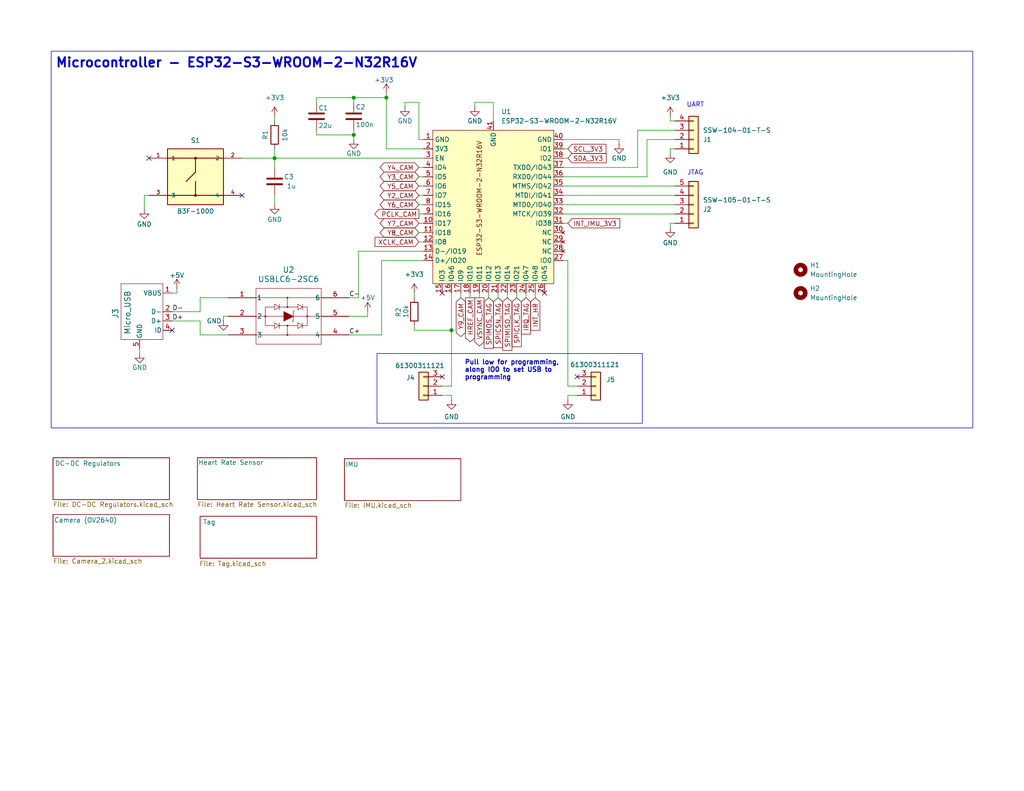
<source format=kicad_sch>
(kicad_sch (version 20250114) (generator "eeschema") (generator_version "9.0")
  (paper "USLetter")
  (lib_symbols
    (symbol "B3F-1000_1" (pin_names (offset 1.016))
      (property "Reference" "S1" (at -0.0016 12.7 0))
      (property "Value" "B3F-1000" (at -0.0016 10.16 0))
      (symbol "B3F-1000_1_0_0"
        (rectangle (start -7.62 7.62) (end 7.62 -7.62) (stroke (width 0.254)) (fill (type background)))
        (polyline (pts (xy -7.62 5.08) (xy 0 5.08)) (stroke (width 0.254)))
        (polyline (pts (xy -7.62 -5.08) (xy 0 -5.08)) (stroke (width 0.254)))
        (circle (center 0 5.08) (radius 0.254) (stroke (width 0.254)))
        (polyline (pts (xy 0 5.08) (xy 0 1.27)) (stroke (width 0.254)))
        (polyline (pts (xy 0 5.08) (xy 7.62 5.08)) (stroke (width 0.254)))
        (polyline (pts (xy 0 -1.27) (xy 2.54 1.27)) (stroke (width 0.254)))
        (polyline (pts (xy 0 -5.08) (xy 0 -1.27)) (stroke (width 0.254)))
        (polyline (pts (xy 0 -5.08) (xy 7.62 -5.08)) (stroke (width 0.254)))
        (circle (center 0 -5.08) (radius 0.254) (stroke (width 0.254)))
        (pin passive line (at -12.7 5.08 0) (length 5.08) (name "4") (number "4"))
        (pin passive line (at -12.7 -5.08 0) (length 5.08) (name "2") (number "2"))
        (pin passive line (at 12.7 5.08 180) (length 5.08) (name "3") (number "3"))
        (pin passive line (at 12.7 -5.08 180) (length 5.08) (name "1") (number "1"))
      )
    )
    (symbol "Connector_Generic:Conn_01x03" (pin_names (offset 1.016) (hide yes))
      (property "Reference" "J" (at 0 5.08 0))
      (property "Value" "Conn_01x03" (at 0 -5.08 0))
      (symbol "Conn_01x03_1_1"
        (rectangle (start -1.27 3.81) (end 1.27 -3.81) (stroke (width 0.254)) (fill (type background)))
        (rectangle (start -1.27 2.667) (end 0 2.413) (stroke (width 0.1524)))
        (rectangle (start -1.27 0.127) (end 0 -0.127) (stroke (width 0.1524)))
        (rectangle (start -1.27 -2.413) (end 0 -2.667) (stroke (width 0.1524)))
        (pin passive line (at -5.08 2.54 0) (length 3.81) (name "Pin_1") (number "1"))
        (pin passive line (at -5.08 0 0) (length 3.81) (name "Pin_2") (number "2"))
        (pin passive line (at -5.08 -2.54 0) (length 3.81) (name "Pin_3") (number "3"))
      )
    )
    (symbol "Connector_Generic:Conn_01x04" (pin_names (offset 1.016) (hide yes))
      (property "Reference" "J" (at 0 5.08 0))
      (property "Value" "Conn_01x04" (at 0 -7.62 0))
      (symbol "Conn_01x04_1_1"
        (rectangle (start -1.27 3.81) (end 1.27 -6.35) (stroke (width 0.254)) (fill (type background)))
        (rectangle (start -1.27 2.667) (end 0 2.413) (stroke (width 0.1524)))
        (rectangle (start -1.27 0.127) (end 0 -0.127) (stroke (width 0.1524)))
        (rectangle (start -1.27 -2.413) (end 0 -2.667) (stroke (width 0.1524)))
        (rectangle (start -1.27 -4.953) (end 0 -5.207) (stroke (width 0.1524)))
        (pin passive line (at -5.08 2.54 0) (length 3.81) (name "Pin_1") (number "1"))
        (pin passive line (at -5.08 0 0) (length 3.81) (name "Pin_2") (number "2"))
        (pin passive line (at -5.08 -2.54 0) (length 3.81) (name "Pin_3") (number "3"))
        (pin passive line (at -5.08 -5.08 0) (length 3.81) (name "Pin_4") (number "4"))
      )
    )
    (symbol "Connector_Generic:Conn_01x05" (pin_names (offset 1.016) (hide yes))
      (property "Reference" "J" (at 0 7.62 0))
      (property "Value" "Conn_01x05" (at 0 -7.62 0))
      (symbol "Conn_01x05_1_1"
        (rectangle (start -1.27 6.35) (end 1.27 -6.35) (stroke (width 0.254)) (fill (type background)))
        (rectangle (start -1.27 5.207) (end 0 4.953) (stroke (width 0.1524)))
        (rectangle (start -1.27 2.667) (end 0 2.413) (stroke (width 0.1524)))
        (rectangle (start -1.27 0.127) (end 0 -0.127) (stroke (width 0.1524)))
        (rectangle (start -1.27 -2.413) (end 0 -2.667) (stroke (width 0.1524)))
        (rectangle (start -1.27 -4.953) (end 0 -5.207) (stroke (width 0.1524)))
        (pin passive line (at -5.08 5.08 0) (length 3.81) (name "Pin_1") (number "1"))
        (pin passive line (at -5.08 2.54 0) (length 3.81) (name "Pin_2") (number "2"))
        (pin passive line (at -5.08 0 0) (length 3.81) (name "Pin_3") (number "3"))
        (pin passive line (at -5.08 -2.54 0) (length 3.81) (name "Pin_4") (number "4"))
        (pin passive line (at -5.08 -5.08 0) (length 3.81) (name "Pin_5") (number "5"))
      )
    )
    (symbol "Device:C" (pin_numbers (hide yes)) (pin_names (offset 0.254))
      (property "Reference" "C" (at 0.635 2.54 0))
      (property "Value" "C" (at 0.635 -2.54 0))
      (symbol "C_0_1"
        (polyline (pts (xy -2.032 0.762) (xy 2.032 0.762)) (stroke (width 0.508)))
        (polyline (pts (xy -2.032 -0.762) (xy 2.032 -0.762)) (stroke (width 0.508)))
      )
      (symbol "C_1_1"
        (pin passive line (at 0 3.81 270) (length 2.794) (name "~") (number "1"))
        (pin passive line (at 0 -3.81 90) (length 2.794) (name "~") (number "2"))
      )
    )
    (symbol "Device:R" (pin_numbers (hide yes)) (pin_names (offset 0))
      (property "Reference" "R" (at 2.032 0 90))
      (property "Value" "R" (at 0 0 90))
      (symbol "R_0_1"
        (rectangle (start -1.016 -2.54) (end 1.016 2.54) (stroke (width 0.254)))
      )
      (symbol "R_1_1"
        (pin passive line (at 0 3.81 270) (length 1.27) (name "~") (number "1"))
        (pin passive line (at 0 -3.81 90) (length 1.27) (name "~") (number "2"))
      )
    )
    (symbol "Mechanical:MountingHole" (pin_names (offset 1.016)) (exclude_from_sim yes) (in_bom no)
      (property "Reference" "H" (at 0 5.08 0))
      (property "Value" "MountingHole" (at 0 3.175 0))
      (symbol "MountingHole_0_1"
        (circle (center 0 0) (radius 1.27) (stroke (width 1.27)))
      )
    )
    (symbol "capstone:2049261103" (pin_names (offset 0.254))
      (property "Reference" "J6" (at 25.146 -8.382 0))
      (property "Value" "Micro_USB" (at 18.288 1.016 90))
      (symbol "2049261103_0_1"
        (polyline (pts (xy 16.51 8.89) (xy 16.51 -6.35)) (stroke (width 0.127)))
        (polyline (pts (xy 16.51 -6.35) (xy 27.94 -6.35)) (stroke (width 0.127)))
        (polyline (pts (xy 27.94 8.89) (xy 16.51 8.89)) (stroke (width 0.127)))
        (polyline (pts (xy 27.94 -6.35) (xy 27.94 8.89)) (stroke (width 0.127)))
      )
      (symbol "2049261103_1_1"
        (pin power_out line (at 21.59 -8.89 90) (length 2.54) (name "GND") (number "5"))
        (pin power_in line (at 30.48 6.35 180) (length 2.54) (name "VBUS") (number "1"))
        (pin bidirectional line (at 30.48 1.27 180) (length 2.54) (name "D-") (number "2"))
        (pin bidirectional line (at 30.48 -1.27 180) (length 2.54) (name "D+") (number "3"))
        (pin unspecified line (at 30.48 -3.81 180) (length 2.54) (name "ID") (number "4"))
      )
    )
    (symbol "capstone:ESP32-S3-WROOM-2"
      (property "Reference" "U1" (at 4.6833 20.32 0))
      (property "Value" "ESP32-S3-WROOM-2-N32R16V" (at 4.6833 17.78 0))
      (symbol "ESP32-S3-WROOM-2_1_1"
        (rectangle (start -13.97 15.24) (end 19.05 -26.67) (fill (type background)))
        (text "ESP32-S3-WROOM-2-N32R16V" (at -1.27 -3.302 900) (effects (font (size 1.27 1.27))))
        (pin power_in line (at -16.51 12.7 0) (length 2.54) (name "GND") (number "1"))
        (pin power_in line (at -16.51 10.16 0) (length 2.54) (name "3V3") (number "2"))
        (pin input line (at -16.51 7.62 0) (length 2.54) (name "EN") (number "3"))
        (pin bidirectional line (at -16.51 5.08 0) (length 2.54) (name "IO4") (number "4"))
        (pin bidirectional line (at -16.51 2.54 0) (length 2.54) (name "IO5") (number "5"))
        (pin bidirectional line (at -16.51 0 0) (length 2.54) (name "IO6") (number "6"))
        (pin bidirectional line (at -16.51 -2.54 0) (length 2.54) (name "IO7") (number "7"))
        (pin bidirectional line (at -16.51 -5.08 0) (length 2.54) (name "IO15") (number "8"))
        (pin bidirectional line (at -16.51 -7.62 0) (length 2.54) (name "IO16") (number "9"))
        (pin bidirectional line (at -16.51 -10.16 0) (length 2.54) (name "IO17") (number "10"))
        (pin bidirectional line (at -16.51 -12.7 0) (length 2.54) (name "IO18") (number "11"))
        (pin bidirectional line (at -16.51 -15.24 0) (length 2.54) (name "IO8") (number "12"))
        (pin bidirectional line (at -16.51 -17.78 0) (length 2.54) (name "D-/IO19") (number "13"))
        (pin bidirectional line (at -16.51 -20.32 0) (length 2.54) (name "D+/IO20") (number "14"))
        (pin bidirectional line (at -11.43 -29.21 90) (length 2.54) (name "IO3") (number "15"))
        (pin bidirectional line (at -8.89 -29.21 90) (length 2.54) (name "IO46") (number "16"))
        (pin bidirectional line (at -6.35 -29.21 90) (length 2.54) (name "IO9") (number "17"))
        (pin bidirectional line (at -3.81 -29.21 90) (length 2.54) (name "IO10") (number "18"))
        (pin bidirectional line (at -1.27 -29.21 90) (length 2.54) (name "IO11") (number "19"))
        (pin bidirectional line (at 1.27 -29.21 90) (length 2.54) (name "IO12") (number "20"))
        (pin power_in line (at 2.54 17.78 270) (length 2.54) (name "GND") (number "41"))
        (pin bidirectional line (at 3.81 -29.21 90) (length 2.54) (name "IO13") (number "21"))
        (pin bidirectional line (at 6.35 -29.21 90) (length 2.54) (name "IO14") (number "22"))
        (pin bidirectional line (at 8.89 -29.21 90) (length 2.54) (name "IO21") (number "23"))
        (pin bidirectional line (at 11.43 -29.21 90) (length 2.54) (name "IO47") (number "24"))
        (pin bidirectional line (at 13.97 -29.21 90) (length 2.54) (name "IO48") (number "25"))
        (pin bidirectional line (at 16.51 -29.21 90) (length 2.54) (name "IO45") (number "26"))
        (pin power_in line (at 21.59 12.7 180) (length 2.54) (name "GND") (number "40"))
        (pin bidirectional line (at 21.59 10.16 180) (length 2.54) (name "IO1") (number "39"))
        (pin bidirectional line (at 21.59 7.62 180) (length 2.54) (name "IO2") (number "38"))
        (pin bidirectional line (at 21.59 5.08 180) (length 2.54) (name "TXDO/IO43") (number "37"))
        (pin bidirectional line (at 21.59 2.54 180) (length 2.54) (name "RXD0/IO44") (number "36"))
        (pin bidirectional line (at 21.59 0 180) (length 2.54) (name "MTMS/IO42") (number "35"))
        (pin bidirectional line (at 21.59 -2.54 180) (length 2.54) (name "MTDI/IO41") (number "34"))
        (pin bidirectional line (at 21.59 -5.08 180) (length 2.54) (name "MTD0/IO40") (number "33"))
        (pin bidirectional line (at 21.59 -7.62 180) (length 2.54) (name "MTCK/IO39") (number "32"))
        (pin bidirectional line (at 21.59 -10.16 180) (length 2.54) (name "IO38") (number "31"))
        (pin no_connect line (at 21.59 -12.7 180) (length 2.54) (name "NC") (number "30"))
        (pin no_connect line (at 21.59 -15.24 180) (length 2.54) (name "NC") (number "29"))
        (pin no_connect line (at 21.59 -17.78 180) (length 2.54) (name "NC") (number "28"))
        (pin bidirectional line (at 21.59 -20.32 180) (length 2.54) (name "IO0") (number "27"))
      )
    )
    (symbol "capstone:USBLC6-2SC6" (pin_names (offset 0.254))
      (property "Reference" "CR" (at 16.51 7.62 0))
      (property "Value" "USBLC6-2SC6" (at 16.51 5.08 0))
      (symbol "USBLC6-2SC6_0_1"
        (polyline (pts (xy 7.62 2.54) (xy 7.62 -12.7)) (stroke (width 0.127)))
        (polyline (pts (xy 7.62 0) (xy 25.4 0)) (stroke (width 0.127)))
        (polyline (pts (xy 7.62 -5.08) (xy 25.4 -5.08)) (stroke (width 0.127)))
        (polyline (pts (xy 7.62 -10.16) (xy 25.4 -10.16)) (stroke (width 0.127)))
        (polyline (pts (xy 7.62 -12.7) (xy 25.4 -12.7)) (stroke (width 0.127)))
        (polyline (pts (xy 10.16 -2.54) (xy 10.16 -7.62)) (stroke (width 0.127)))
        (circle (center 10.16 -5.08) (radius 0.127) (stroke (width 0.254)))
        (polyline (pts (xy 10.16 -7.62) (xy 12.7 -7.62)) (stroke (width 0.127)))
        (polyline (pts (xy 12.7 -1.778) (xy 12.7 -3.302)) (stroke (width 0.127)))
        (polyline (pts (xy 12.7 -2.54) (xy 10.16 -2.54)) (stroke (width 0.127)))
        (polyline (pts (xy 12.7 -3.302) (xy 13.97 -2.54)) (stroke (width 0.127)))
        (polyline (pts (xy 12.7 -6.858) (xy 12.7 -8.382)) (stroke (width 0.127)))
        (polyline (pts (xy 12.7 -8.382) (xy 13.97 -7.62)) (stroke (width 0.127)))
        (polyline (pts (xy 13.97 -1.778) (xy 13.97 -3.302)) (stroke (width 0.127)))
        (polyline (pts (xy 13.97 -2.54) (xy 12.7 -1.778)) (stroke (width 0.127)))
        (polyline (pts (xy 13.97 -2.54) (xy 19.05 -2.54)) (stroke (width 0.127)))
        (polyline (pts (xy 13.97 -6.858) (xy 13.97 -8.382)) (stroke (width 0.127)))
        (polyline (pts (xy 13.97 -7.62) (xy 12.7 -6.858)) (stroke (width 0.127)))
        (polyline (pts (xy 13.97 -7.62) (xy 19.05 -7.62)) (stroke (width 0.127)))
        (polyline (pts (xy 15.24 -3.81) (xy 15.24 -6.35)) (stroke (width 0.127)))
        (polyline (pts (xy 15.24 -3.81) (xy 15.24 -6.35) (xy 17.78 -5.08)) (fill (type outline)))
        (polyline (pts (xy 15.24 -6.35) (xy 17.78 -5.08)) (stroke (width 0.127)))
        (circle (center 16.1925 0) (radius 0.127) (stroke (width 0.254)))
        (polyline (pts (xy 16.1925 -2.54) (xy 16.1925 0)) (stroke (width 0.127)))
        (circle (center 16.1925 -2.54) (radius 0.127) (stroke (width 0.254)))
        (polyline (pts (xy 16.1925 -7.62) (xy 16.1925 -10.16)) (stroke (width 0.127)))
        (circle (center 16.1925 -7.62) (radius 0.127) (stroke (width 0.254)))
        (circle (center 16.1925 -10.16) (radius 0.127) (stroke (width 0.254)))
        (polyline (pts (xy 17.78 -3.81) (xy 17.78 -6.35)) (stroke (width 0.127)))
        (polyline (pts (xy 17.78 -3.81) (xy 18.0975 -3.4925)) (stroke (width 0.127)))
        (polyline (pts (xy 17.78 -5.08) (xy 15.24 -3.81)) (stroke (width 0.127)))
        (polyline (pts (xy 17.78 -6.35) (xy 17.4625 -6.6675)) (stroke (width 0.127)))
        (polyline (pts (xy 19.05 -1.778) (xy 20.32 -2.54)) (stroke (width 0.127)))
        (polyline (pts (xy 19.05 -3.302) (xy 19.05 -1.778)) (stroke (width 0.127)))
        (polyline (pts (xy 19.05 -6.858) (xy 20.32 -7.62)) (stroke (width 0.127)))
        (polyline (pts (xy 19.05 -8.382) (xy 19.05 -6.858)) (stroke (width 0.127)))
        (polyline (pts (xy 20.32 -2.54) (xy 19.05 -3.302)) (stroke (width 0.127)))
        (polyline (pts (xy 20.32 -2.54) (xy 21.59 -2.54)) (stroke (width 0.127)))
        (polyline (pts (xy 20.32 -3.302) (xy 20.32 -1.778)) (stroke (width 0.127)))
        (polyline (pts (xy 20.32 -7.62) (xy 19.05 -8.382)) (stroke (width 0.127)))
        (polyline (pts (xy 20.32 -7.62) (xy 21.59 -7.62)) (stroke (width 0.127)))
        (polyline (pts (xy 20.32 -8.382) (xy 20.32 -6.858)) (stroke (width 0.127)))
        (circle (center 21.59 -5.08) (radius 0.127) (stroke (width 0.254)))
        (polyline (pts (xy 21.59 -7.62) (xy 21.59 -2.54)) (stroke (width 0.127)))
        (polyline (pts (xy 25.4 2.54) (xy 7.62 2.54)) (stroke (width 0.127)))
        (polyline (pts (xy 25.4 -12.7) (xy 25.4 2.54)) (stroke (width 0.127)))
        (pin unspecified line (at 0 0 0) (length 7.62) (name "1") (number "1"))
        (pin unspecified line (at 0 -5.08 0) (length 7.62) (name "2") (number "2"))
        (pin unspecified line (at 0 -10.16 0) (length 7.62) (name "3") (number "3"))
        (pin unspecified line (at 33.02 0 180) (length 7.62) (name "6") (number "6"))
        (pin unspecified line (at 33.02 -5.08 180) (length 7.62) (name "5") (number "5"))
        (pin unspecified line (at 33.02 -10.16 180) (length 7.62) (name "4") (number "4"))
      )
    )
    (symbol "power:+3V3" (power) (pin_numbers (hide yes)) (pin_names (offset 0) (hide yes))
      (property "Value" "+3V3" (at 0 3.556 0))
      (symbol "+3V3_0_1"
        (polyline (pts (xy -0.762 1.27) (xy 0 2.54)))
        (polyline (pts (xy 0 2.54) (xy 0.762 1.27)))
        (polyline (pts (xy 0 0) (xy 0 2.54)))
      )
      (symbol "+3V3_1_1"
        (pin power_in line (at 0 0 90) (length 0) (name "~") (number "1"))
      )
    )
    (symbol "power:+5V" (power) (pin_numbers (hide yes)) (pin_names (offset 0) (hide yes))
      (property "Value" "+5V" (at 0 3.556 0))
      (symbol "+5V_0_1"
        (polyline (pts (xy -0.762 1.27) (xy 0 2.54)))
        (polyline (pts (xy 0 2.54) (xy 0.762 1.27)))
        (polyline (pts (xy 0 0) (xy 0 2.54)))
      )
      (symbol "+5V_1_1"
        (pin power_in line (at 0 0 90) (length 0) (name "~") (number "1"))
      )
    )
    (symbol "power:GND" (power) (pin_numbers (hide yes)) (pin_names (offset 0) (hide yes))
      (property "Value" "GND" (at 0 -3.81 0))
      (symbol "GND_0_1"
        (polyline (pts (xy 0 0) (xy 0 -1.27) (xy 1.27 -1.27) (xy 0 -2.54) (xy -1.27 -1.27) (xy 0 -1.27)))
      )
      (symbol "GND_1_1"
        (pin power_in line (at 0 0 270) (length 0) (name "~") (number "1"))
      )
    )
  )
  (rectangle (start 102.87 96.52) (end 175.26 115.57))
  (rectangle (start 13.97 13.97) (end 265.43 116.84))
  (text "JTAG" (at 189.738 47.244 0) (effects (font (size 1.27 1.27))))
  (text "Pull low for programming, \nalong IO0 to set USB to \nprogramming" (at 126.746 101.092 0) (effects (font (size 1.27 1.27) (thickness 0.254) (bold yes)) (justify left)))
  (text "UART" (at 189.738 28.702 0) (effects (font (size 1.27 1.27))))
  (text "Microcontroller - ESP32-S3-WROOM-2-N32R16V " (at 65.532 17.272 0) (effects (font (size 2.54 2.54) (thickness 0.508) (bold yes))))
  (junction (at 96.52 26.67))
  (junction (at 105.41 26.67))
  (junction (at 123.19 90.17))
  (junction (at 74.93 43.18))
  (junction (at 96.52 36.83))
  (no_connect (at 157.48 102.87))
  (no_connect (at 120.65 102.87))
  (no_connect (at 66.04 53.34))
  (no_connect (at 40.64 43.18))
  (no_connect (at 46.99 90.17))
  (no_connect (at 120.65 80.01))
  (no_connect (at 148.59 80.01))
  (wire (pts (xy 114.3 66.04) (xy 115.57 66.04)))
  (wire (pts (xy 39.37 53.34) (xy 40.64 53.34)))
  (wire (pts (xy 96.52 26.67) (xy 105.41 26.67)))
  (wire (pts (xy 97.79 68.58) (xy 115.57 68.58)))
  (wire (pts (xy 130.81 81.28) (xy 130.81 80.01)))
  (wire (pts (xy 182.88 40.64) (xy 182.88 41.91)))
  (wire (pts (xy 54.61 87.63) (xy 54.61 91.44)))
  (wire (pts (xy 86.36 27.94) (xy 86.36 26.67)))
  (wire (pts (xy 74.93 40.64) (xy 74.93 43.18)))
  (wire (pts (xy 129.54 27.94) (xy 134.62 27.94)))
  (wire (pts (xy 46.99 80.01) (xy 48.26 80.01)))
  (wire (pts (xy 143.51 80.01) (xy 143.51 81.28)))
  (wire (pts (xy 38.1 95.25) (xy 38.1 96.52)))
  (wire (pts (xy 74.93 31.75) (xy 74.93 33.02)))
  (wire (pts (xy 54.61 85.09) (xy 54.61 81.28)))
  (wire (pts (xy 176.53 48.26) (xy 153.67 48.26)))
  (wire (pts (xy 114.3 45.72) (xy 115.57 45.72)))
  (wire (pts (xy 114.3 58.42) (xy 115.57 58.42)))
  (wire (pts (xy 129.54 29.21) (xy 129.54 27.94)))
  (wire (pts (xy 154.94 71.12) (xy 153.67 71.12)))
  (wire (pts (xy 182.88 60.96) (xy 184.15 60.96)))
  (wire (pts (xy 128.27 81.28) (xy 128.27 80.01)))
  (wire (pts (xy 123.19 90.17) (xy 123.19 105.41)))
  (wire (pts (xy 153.67 53.34) (xy 184.15 53.34)))
  (wire (pts (xy 114.3 27.94) (xy 110.49 27.94)))
  (wire (pts (xy 60.96 87.63) (xy 60.96 86.36)))
  (wire (pts (xy 153.67 58.42) (xy 184.15 58.42)))
  (wire (pts (xy 105.41 25.4) (xy 105.41 26.67)))
  (wire (pts (xy 173.99 45.72) (xy 153.67 45.72)))
  (wire (pts (xy 135.89 80.01) (xy 135.89 81.28)))
  (wire (pts (xy 100.33 86.36) (xy 95.25 86.36)))
  (wire (pts (xy 154.94 105.41) (xy 157.48 105.41)))
  (wire (pts (xy 134.62 27.94) (xy 134.62 33.02)))
  (wire (pts (xy 138.43 80.01) (xy 138.43 81.28)))
  (wire (pts (xy 153.67 60.96) (xy 154.94 60.96)))
  (wire (pts (xy 182.88 33.02) (xy 184.15 33.02)))
  (wire (pts (xy 154.94 107.95) (xy 157.48 107.95)))
  (wire (pts (xy 168.91 39.37) (xy 168.91 38.1)))
  (wire (pts (xy 100.33 85.09) (xy 100.33 86.36)))
  (wire (pts (xy 114.3 53.34) (xy 115.57 53.34)))
  (wire (pts (xy 96.52 36.83) (xy 96.52 38.1)))
  (wire (pts (xy 154.94 107.95) (xy 154.94 109.22)))
  (wire (pts (xy 86.36 26.67) (xy 96.52 26.67)))
  (wire (pts (xy 173.99 35.56) (xy 184.15 35.56)))
  (wire (pts (xy 114.3 63.5) (xy 115.57 63.5)))
  (wire (pts (xy 133.35 81.28) (xy 133.35 80.01)))
  (wire (pts (xy 176.53 38.1) (xy 184.15 38.1)))
  (wire (pts (xy 105.41 26.67) (xy 105.41 40.64)))
  (wire (pts (xy 54.61 81.28) (xy 62.23 81.28)))
  (wire (pts (xy 125.73 81.28) (xy 125.73 80.01)))
  (wire (pts (xy 153.67 50.8) (xy 184.15 50.8)))
  (wire (pts (xy 96.52 35.56) (xy 96.52 36.83)))
  (wire (pts (xy 66.04 43.18) (xy 74.93 43.18)))
  (wire (pts (xy 54.61 91.44) (xy 62.23 91.44)))
  (wire (pts (xy 104.14 91.44) (xy 104.14 71.12)))
  (wire (pts (xy 176.53 38.1) (xy 176.53 48.26)))
  (wire (pts (xy 182.88 60.96) (xy 182.88 62.23)))
  (wire (pts (xy 114.3 50.8) (xy 115.57 50.8)))
  (wire (pts (xy 123.19 107.95) (xy 120.65 107.95)))
  (wire (pts (xy 182.88 31.75) (xy 182.88 33.02)))
  (wire (pts (xy 46.99 87.63) (xy 54.61 87.63)))
  (wire (pts (xy 114.3 38.1) (xy 114.3 27.94)))
  (wire (pts (xy 95.25 91.44) (xy 104.14 91.44)))
  (wire (pts (xy 110.49 27.94) (xy 110.49 29.21)))
  (wire (pts (xy 154.94 40.64) (xy 153.67 40.64)))
  (wire (pts (xy 113.03 90.17) (xy 123.19 90.17)))
  (wire (pts (xy 60.96 86.36) (xy 62.23 86.36)))
  (wire (pts (xy 86.36 36.83) (xy 96.52 36.83)))
  (wire (pts (xy 97.79 81.28) (xy 97.79 68.58)))
  (wire (pts (xy 74.93 53.34) (xy 74.93 55.88)))
  (wire (pts (xy 113.03 80.01) (xy 113.03 81.28)))
  (wire (pts (xy 114.3 55.88) (xy 115.57 55.88)))
  (wire (pts (xy 74.93 43.18) (xy 115.57 43.18)))
  (wire (pts (xy 113.03 88.9) (xy 113.03 90.17)))
  (wire (pts (xy 140.97 80.01) (xy 140.97 81.28)))
  (wire (pts (xy 96.52 26.67) (xy 96.52 27.94)))
  (wire (pts (xy 146.05 80.01) (xy 146.05 81.28)))
  (wire (pts (xy 123.19 105.41) (xy 120.65 105.41)))
  (wire (pts (xy 168.91 38.1) (xy 153.67 38.1)))
  (wire (pts (xy 114.3 48.26) (xy 115.57 48.26)))
  (wire (pts (xy 115.57 38.1) (xy 114.3 38.1)))
  (wire (pts (xy 154.94 71.12) (xy 154.94 105.41)))
  (wire (pts (xy 105.41 40.64) (xy 115.57 40.64)))
  (wire (pts (xy 173.99 35.56) (xy 173.99 45.72)))
  (wire (pts (xy 74.93 43.18) (xy 74.93 45.72)))
  (wire (pts (xy 114.3 60.96) (xy 115.57 60.96)))
  (wire (pts (xy 46.99 85.09) (xy 54.61 85.09)))
  (wire (pts (xy 153.67 55.88) (xy 184.15 55.88)))
  (wire (pts (xy 86.36 35.56) (xy 86.36 36.83)))
  (wire (pts (xy 182.88 40.64) (xy 184.15 40.64)))
  (wire (pts (xy 123.19 109.22) (xy 123.19 107.95)))
  (wire (pts (xy 154.94 43.18) (xy 153.67 43.18)))
  (wire (pts (xy 95.25 81.28) (xy 97.79 81.28)))
  (wire (pts (xy 104.14 71.12) (xy 115.57 71.12)))
  (wire (pts (xy 39.37 53.34) (xy 39.37 57.15)))
  (wire (pts (xy 48.26 78.74) (xy 48.26 80.01)))
  (wire (pts (xy 123.19 80.01) (xy 123.19 90.17)))
  (label "C-" (at 95.25 81.28 0))
  (label "D-" (at 46.99 85.09 0))
  (label "D+" (at 46.99 87.63 0))
  (label "C+" (at 95.25 91.44 0))
  (global_label "Y8_CAM" (shape bidirectional) (at 114.3 63.5 180) (property "Intersheetrefs" "${INTERSHEET_REFS}" (effects (hide yes))))
  (global_label "XCLK_CAM" (shape input) (at 114.3 66.04 180) (property "Intersheetrefs" "${INTERSHEET_REFS}" (effects (hide yes))))
  (global_label "HREF_CAM" (shape output) (at 128.27 81.28 270) (property "Intersheetrefs" "${INTERSHEET_REFS}" (effects (hide yes))))
  (global_label "SPICSN_TAG" (shape input) (at 135.89 81.28 270) (property "Intersheetrefs" "${INTERSHEET_REFS}" (effects (hide yes))))
  (global_label "Y5_CAM" (shape bidirectional) (at 114.3 50.8 180) (property "Intersheetrefs" "${INTERSHEET_REFS}" (effects (hide yes))))
  (global_label "VSYNC_CAM" (shape output) (at 130.81 81.28 270) (property "Intersheetrefs" "${INTERSHEET_REFS}" (effects (hide yes))))
  (global_label "Y6_CAM" (shape bidirectional) (at 114.3 55.88 180) (property "Intersheetrefs" "${INTERSHEET_REFS}" (effects (hide yes))))
  (global_label "PCLK_CAM" (shape output) (at 114.3 58.42 180) (property "Intersheetrefs" "${INTERSHEET_REFS}" (effects (hide yes))))
  (global_label "SPIMOS_TAG" (shape input) (at 133.35 81.28 270) (property "Intersheetrefs" "${INTERSHEET_REFS}" (effects (hide yes))))
  (global_label "Y2_CAM" (shape bidirectional) (at 114.3 53.34 180) (property "Intersheetrefs" "${INTERSHEET_REFS}" (effects (hide yes))))
  (global_label "SPICLK_TAG" (shape input) (at 140.97 81.28 270) (property "Intersheetrefs" "${INTERSHEET_REFS}" (effects (hide yes))))
  (global_label "INT_HR" (shape input) (at 146.05 81.28 270) (property "Intersheetrefs" "${INTERSHEET_REFS}" (effects (hide yes))))
  (global_label "IRQ_TAG" (shape input) (at 143.51 81.28 270) (property "Intersheetrefs" "${INTERSHEET_REFS}" (effects (hide yes))))
  (global_label "Y4_CAM" (shape bidirectional) (at 114.3 45.72 180) (property "Intersheetrefs" "${INTERSHEET_REFS}" (effects (hide yes))))
  (global_label "Y9_CAM" (shape bidirectional) (at 125.73 81.28 270) (property "Intersheetrefs" "${INTERSHEET_REFS}" (effects (hide yes))))
  (global_label "Y3_CAM" (shape bidirectional) (at 114.3 48.26 180) (property "Intersheetrefs" "${INTERSHEET_REFS}" (effects (hide yes))))
  (global_label "SCL_3V3" (shape input) (at 154.94 40.64 0) (property "Intersheetrefs" "${INTERSHEET_REFS}" (effects (hide yes))))
  (global_label "Y7_CAM" (shape bidirectional) (at 114.3 60.96 180) (property "Intersheetrefs" "${INTERSHEET_REFS}" (effects (hide yes))))
  (global_label "INT_IMU_3V3" (shape input) (at 154.94 60.96 0) (property "Intersheetrefs" "${INTERSHEET_REFS}" (effects (hide yes))))
  (global_label "SPIMISO_TAG" (shape input) (at 138.43 81.28 270) (property "Intersheetrefs" "${INTERSHEET_REFS}" (effects (hide yes))))
  (global_label "SDA_3V3" (shape input) (at 154.94 43.18 0) (property "Intersheetrefs" "${INTERSHEET_REFS}" (effects (hide yes))))
  (symbol (lib_id "power:GND") (at 154.94 109.22 0) (unit 1)
    (property "Reference" "#PWR018" (effects (hide yes)))
    (property "Value" "GND" (at 152.908 113.792 0) (effects (justify left)))
    (property "Description" "Power symbol creates a global label with name \"GND\" , ground" (effects (hide yes)))
  )
  (symbol (lib_id "power:GND") (at 168.91 39.37 0) (unit 1)
    (property "Reference" "#PWR07" (effects (hide yes)))
    (property "Value" "GND" (at 166.878 43.18 0) (effects (justify left)))
    (property "Description" "Power symbol creates a global label with name \"GND\" , ground" (effects (hide yes)))
  )
  (symbol (lib_id "Device:C") (at 86.36 31.75 0) (mirror x) (unit 1)
    (property "Reference" "C1" (at 86.868 29.464 0) (effects (justify left)))
    (property "Value" "22u" (at 86.868 34.29 0) (effects (justify left)))
    (property "Footprint" "Capacitor_SMD:C_0805_2012Metric_Pad1.18x1.45mm_HandSolder" (effects (hide yes)))
    (property "Datasheet" "https://search.murata.co.jp/Ceramy/image/img/A01X/G101/ENG/GRM21BZ71A226ME15-01.pdf" (effects (hide yes)))
    (property "Description" "22 uF +/-20% 10V Ceramic Capacitor X7R 0805 (2012 Metric)" (effects (hide yes)))
    (property "Manufacturer_Part_Number" "GRM21BZ71A226ME15L" (effects (hide yes)))
    (property "Manufacturer_Name" "Murata Manufacturing Co." (effects (hide yes)))
    (property "Price" "$0.32" (effects (hide yes)))
    (property "Supplier_Part_Number" "490-GRM21BZ71A226ME15LCT-ND" (effects (hide yes)))
    (property "Website" "https://www.digikey.ca/en/products/detail/murata-electronics/GRM21BZ71A226ME15L/13904953" (effects (hide yes)))
    (property "Package" "0805" (effects (hide yes)))
    (property "Supplier" "Digi-Key" (effects (hide yes)))
    (property "Type" "Capacitor" (effects (hide yes)))
  )
  (symbol (lib_id "power:GND") (at 110.49 29.21 0) (unit 1)
    (property "Reference" "#PWR02" (effects (hide yes)))
    (property "Value" "GND" (at 108.458 33.02 0) (effects (justify left)))
    (property "Description" "Power symbol creates a global label with name \"GND\" , ground" (effects (hide yes)))
  )
  (symbol (lib_id "power:GND") (at 60.96 87.63 0) (unit 1)
    (property "Reference" "#PWR015" (effects (hide yes)))
    (property "Value" "GND" (at 58.42 87.63 0))
    (property "Description" "Power symbol creates a global label with name \"GND\" , ground" (effects (hide yes)))
  )
  (symbol (lib_id "Connector_Generic:Conn_01x03") (at 115.57 105.41 180) (unit 1)
    (property "Reference" "J4" (at 112.014 103.124 0))
    (property "Value" "61300311121" (at 114.554 99.822 0))
    (property "Footprint" "Connector_PinHeader_2.54mm:PinHeader_1x03_P2.54mm_Vertical" (effects (hide yes)))
    (property "Datasheet" "https://www.we-online.com/components/products/datasheet/61300311121.pdf" (effects (hide yes)))
    (property "Description" "Connector Header Through Hole 3 position 0.100\" (2.54mm)" (effects (hide yes)))
    (property "Manufacturer_Part_Number" "61300311121" (effects (hide yes)))
    (property "Manufacturer_Name" "Würth Elektronik" (effects (hide yes)))
    (property "Price" "$0.18" (effects (hide yes)))
    (property "Supplier_Part_Number" "732-5316-ND" (effects (hide yes)))
    (property "Website" "https://www.digikey.ca/en/products/detail/w%C3%BCrth-elektronik/61300311121/4846825?s=N4IgTCBcDaIOwGYwFoCsCCMA2ZA5AIiALoC%2BQA" (effects (hide yes)))
    (property "Supplier" "Digi-Key" (effects (hide yes)))
    (property "Type" "Connector" (effects (hide yes)))
  )
  (symbol (lib_id "Device:C") (at 74.93 49.53 0) (unit 1)
    (property "Reference" "C3" (at 77.47 48.26 0) (effects (justify left)))
    (property "Value" "1u" (at 78.232 50.8 0) (effects (justify left)))
    (property "Footprint" "Capacitor_SMD:C_0805_2012Metric_Pad1.18x1.45mm_HandSolder" (effects (hide yes)))
    (property "Datasheet" "https://search.murata.co.jp/Ceramy/image/img/A01X/G101/ENG/GRM21BR71A105KA01-01.pdf" (effects (hide yes)))
    (property "Description" "1 uF +/-10% 10V Ceramic Capacitor X7R 0805 (2012 Metric)" (effects (hide yes)))
    (property "Manufacturer_Name" "Murata Manufacturing Co." (effects (hide yes)))
    (property "Manufacturer_Part_Number" "GRM21BR71A105KA01L" (effects (hide yes)))
    (property "Price" "$0.14" (effects (hide yes)))
    (property "Supplier_Part_Number" "490-1695-1-ND" (effects (hide yes)))
    (property "Website" "https://www.digikey.ca/en/products/detail/murata-electronics/GRM21BR71A105KA01L/586695" (effects (hide yes)))
    (property "Package" "0805" (effects (hide yes)))
    (property "Supplier" "Digi-Key" (effects (hide yes)))
    (property "Type" "Capacitor" (effects (hide yes)))
  )
  (symbol (lib_id "power:+3V3") (at 182.88 31.75 0) (unit 1)
    (property "Reference" "#PWR05" (effects (hide yes)))
    (property "Value" "+3V3" (at 182.88 26.67 0))
    (property "Description" "Power symbol creates a global label with name \"+3V3\"" (effects (hide yes)))
  )
  (symbol (lib_id "power:+3V3") (at 113.03 80.01 0) (unit 1)
    (property "Reference" "#PWR013" (effects (hide yes)))
    (property "Value" "+3V3" (at 113.03 74.93 0))
    (property "Description" "Power symbol creates a global label with name \"+3V3\"" (effects (hide yes)))
  )
  (symbol (lib_id "Device:C") (at 96.52 31.75 0) (mirror x) (unit 1)
    (property "Reference" "C2" (at 97.028 29.21 0) (effects (justify left)))
    (property "Value" "100n" (at 97.028 34.036 0) (effects (justify left)))
    (property "Footprint" "Capacitor_SMD:C_0805_2012Metric_Pad1.18x1.45mm_HandSolder" (effects (hide yes)))
    (property "Datasheet" "https://search.murata.co.jp/Ceramy/image/img/A01X/G101/ENG/GRM21B7U1A104JA01-01.pdf" (effects (hide yes)))
    (property "Description" "0.1 uF +/-5% 10V Ceramic Capacitor U2J 0805 (2012 Metric)" (effects (hide yes)))
    (property "Manufacturer_Part_Number" "GRM21B7U1A104JA01L" (effects (hide yes)))
    (property "Manufacturer_Name" "Murata Manufacturing Co." (effects (hide yes)))
    (property "Price" "$0.29" (effects (hide yes)))
    (property "Supplier_Part_Number" "490-11592-1-ND" (effects (hide yes)))
    (property "Website" "https://www.digikey.ca/en/products/detail/murata-electronics/GRM21B7U1A104JA01L/2546740?s=N4IgTCBcDaIOICUCyYCMAhA7AVVQQVQAYAWAKT0NQBkQBdAXyA" (effects (hide yes)))
    (property "Package" "0805" (effects (hide yes)))
    (property "Supplier" "Digi-Key" (effects (hide yes)))
    (property "Type" "Capacitor" (effects (hide yes)))
  )
  (symbol (lib_id "power:+5V") (at 48.26 78.74 0) (unit 1)
    (property "Reference" "#PWR012" (effects (hide yes)))
    (property "Value" "+5V" (at 48.26 75.184 0))
    (property "Description" "Power symbol creates a global label with name \"+5V\"" (effects (hide yes)))
  )
  (symbol (lib_id "capstone:2049261103") (at 16.51 86.36 0) (unit 1)
    (property "Reference" "J3" (at 31.496 85.598 90) (effects (font (size 1.524 1.524))))
    (property "Value" "Micro_USB" (at 34.798 85.344 90) (effects (font (size 1.524 1.524))))
    (property "Footprint" "Connector_USB:USB_Micro-B_Molex-105133-0031" (effects (hide yes)))
    (property "Datasheet" "https://www.molex.com/en-us/products/part-detail/1051330031?display=pdf" (effects (hide yes)))
    (property "Description" "USB - micro B USB 2.0 Receptacle Connector 5 Position Surface Mount" (effects (hide yes)))
    (property "Manufacturer_Name" "Molex" (effects (hide yes)))
    (property "Manufacturer_Part_Number" "1051330031" (effects (hide yes)))
    (property "Price" "$1.32" (effects (hide yes)))
    (property "Supplier_Part_Number" "900-1051330031CT-ND" (effects (hide yes)))
    (property "Website" "https://www.digikey.ca/en/products/detail/molex/1051330031/9352384" (effects (hide yes)))
    (property "Supplier" "Digi-Key" (effects (hide yes)))
    (property "Type" "USB" (effects (hide yes)))
  )
  (symbol (lib_id "Mechanical:MountingHole") (at 218.44 80.01 0) (unit 1)
    (property "Reference" "H2" (at 220.98 78.7399 0) (effects (justify left)))
    (property "Value" "MountingHole" (at 220.98 81.2799 0) (effects (justify left)))
    (property "Footprint" "MountingHole:MountingHole_2.2mm_M2_DIN965_Pad" (effects (hide yes)))
    (property "Description" "Mounting Hole without connection" (effects (hide yes)))
  )
  (symbol (lib_id "power:GND") (at 123.19 109.22 0) (unit 1)
    (property "Reference" "#PWR017" (effects (hide yes)))
    (property "Value" "GND" (at 121.158 113.792 0) (effects (justify left)))
    (property "Description" "Power symbol creates a global label with name \"GND\" , ground" (effects (hide yes)))
  )
  (symbol (lib_id "capstone:USBLC6-2SC6") (at 62.23 81.28 0) (unit 1)
    (property "Reference" "U2" (at 78.74 73.66 0) (effects (font (size 1.524 1.524))))
    (property "Value" "USBLC6-2SC6" (at 78.74 76.2 0) (effects (font (size 1.524 1.524))))
    (property "Footprint" "Package_TO_SOT_SMD:SOT-23-6_Handsoldering" (effects (hide yes)))
    (property "Datasheet" "https://www.st.com/content/ccc/resource/technical/document/datasheet/06/1d/48/9c/6c/20/4a/b2/CD00050750.pdf/files/CD00050750.pdf/jcr:content/translations/en.CD00050750.pdf" (effects (hide yes)))
    (property "Description" "17V Clamp 5A (8/20µs) Ipp Tvs Diode Surface Mount SOT-23-6" (effects (hide yes)))
    (property "Manufacturer_Part_Number" "USBLC6-2SC6" (effects (hide yes)))
    (property "Manufacturer_Name" "STMicroelectronics" (effects (hide yes)))
    (property "Price" "$0.55" (effects (hide yes)))
    (property "Supplier_Part_Number" "497-5235-1-ND" (effects (hide yes)))
    (property "Website" "https://www.digikey.ca/en/products/detail/stmicroelectronics/USBLC6-2SC6/1040559?s=N4IgTCBcDaICwE4DsBaArGAzGlBGFAcgCIgC6AvkA" (effects (hide yes)))
    (property "Supplier" "Digi-Key" (effects (hide yes)))
    (property "Type" "TVS Diode" (effects (hide yes)))
  )
  (symbol (lib_id "power:GND") (at 182.88 62.23 0) (unit 1)
    (property "Reference" "#PWR011" (effects (hide yes)))
    (property "Value" "GND" (at 182.88 66.294 0))
    (property "Description" "Power symbol creates a global label with name \"GND\" , ground" (effects (hide yes)))
  )
  (symbol (lib_id "Device:R") (at 74.93 36.83 0) (unit 1)
    (property "Reference" "R1" (at 72.39 36.83 90))
    (property "Value" "10k" (at 77.724 36.83 90))
    (property "Footprint" "Resistor_SMD:R_0805_2012Metric_Pad1.20x1.40mm_HandSolder" (effects (hide yes)))
    (property "Datasheet" "https://www.yageo.com/upload/media/product/products/datasheet/rchip/PYu-RC_Group_51_RoHS_L_12.pdf" (effects (hide yes)))
    (property "Description" "10 kOhms +/-1% 0.125W, 1/8W Chip Resistor 0805 (2012 Metric) Moisture Resistant Thick Film" (effects (hide yes)))
    (property "Manufacturer_Name" "YAGEO" (effects (hide yes)))
    (property "Manufacturer_Part_Number" "RC0805FR-1310KL" (effects (hide yes)))
    (property "Price" "$0.11" (effects (hide yes)))
    (property "Supplier_Part_Number" "13-RC0805FR-1310KLCT-ND" (effects (hide yes)))
    (property "Website" "https://www.digikey.ca/en/products/detail/yageo/RC0805FR-1310KL/13694107" (effects (hide yes)))
    (property "Package" "0805" (effects (hide yes)))
    (property "Supplier" "Digi-Key" (effects (hide yes)))
    (property "Type" "Resistor" (effects (hide yes)))
  )
  (symbol (lib_id "power:GND") (at 182.88 41.91 0) (unit 1)
    (property "Reference" "#PWR08" (effects (hide yes)))
    (property "Value" "GND" (at 182.88 46.99 0))
    (property "Description" "Power symbol creates a global label with name \"GND\" , ground" (effects (hide yes)))
  )
  (symbol (lib_id "power:+3V3") (at 105.41 25.4 0) (unit 1)
    (property "Reference" "#PWR01" (effects (hide yes)))
    (property "Value" "+3V3" (at 102.108 21.844 0) (effects (justify left)))
    (property "Description" "Power symbol creates a global label with name \"+3V3\"" (effects (hide yes)))
  )
  (symbol (lib_id "power:+5V") (at 100.33 85.09 0) (unit 1)
    (property "Reference" "#PWR014" (effects (hide yes)))
    (property "Value" "+5V" (at 100.33 81.28 0))
    (property "Description" "Power symbol creates a global label with name \"+5V\"" (effects (hide yes)))
  )
  (symbol (lib_id "Mechanical:MountingHole") (at 218.44 73.66 0) (unit 1)
    (property "Reference" "H1" (at 220.98 72.3899 0) (effects (justify left)))
    (property "Value" "MountingHole" (at 220.98 74.9299 0) (effects (justify left)))
    (property "Footprint" "MountingHole:MountingHole_2.2mm_M2_DIN965_Pad" (effects (hide yes)))
    (property "Description" "Mounting Hole without connection" (effects (hide yes)))
  )
  (symbol (lib_id "Connector_Generic:Conn_01x05") (at 189.23 55.88 0) (mirror x) (unit 1)
    (property "Reference" "J2" (at 191.77 57.1501 0) (effects (justify left)))
    (property "Value" "SSW-105-01-T-S" (at 191.77 54.6101 0) (effects (justify left)))
    (property "Footprint" "Connector_PinSocket_2.54mm:PinSocket_1x05_P2.54mm_Vertical" (effects (hide yes)))
    (property "Datasheet" "https://mm.digikey.com/Volume0/opasdata/d220001/medias/docus/6129/ssw-1xx-xx-xxx-x-xx-xxx-xx-mkt.pdf" (effects (hide yes)))
    (property "Description" "5 Position Receptacle Connector 0.100\" (2.54mm) Through Hole Tin" (effects (hide yes)))
    (property "Manufacturer_Name" "Samtec Inc." (effects (hide yes)))
    (property "Manufacturer_Part_Number" "SSW-105-01-T-S" (effects (hide yes)))
    (property "Price" "$1.26" (effects (hide yes)))
    (property "Supplier_Part_Number" "SAM1213-05-ND" (effects (hide yes)))
    (property "Website" "https://www.digikey.ca/en/products/detail/samtec-inc/SSW-105-01-T-S/1112300?s=N4IgTCBcDaIMoEECyBGMKDMBaADAViwDkAREAXQF8g" (effects (hide yes)))
    (property "Supplier" "Digi-Key" (effects (hide yes)))
    (property "Type" "Connector" (effects (hide yes)))
  )
  (symbol (lib_id "Device:R") (at 113.03 85.09 0) (mirror y) (unit 1)
    (property "Reference" "R2" (at 108.712 86.614 90) (effects (justify left)))
    (property "Value" "10k" (at 110.744 86.868 90) (effects (justify left)))
    (property "Footprint" "Resistor_SMD:R_0805_2012Metric_Pad1.20x1.40mm_HandSolder" (effects (hide yes)))
    (property "Datasheet" "https://www.yageo.com/upload/media/product/products/datasheet/rchip/PYu-RC_Group_51_RoHS_L_12.pdf" (effects (hide yes)))
    (property "Description" "10 kOhms +/-1% 0.125W, 1/8W Chip Resistor 0805 (2012 Metric) Moisture Resistant Thick Film" (effects (hide yes)))
    (property "Manufacturer_Name" "YAGEO" (effects (hide yes)))
    (property "Manufacturer_Part_Number" "RC0805FR-1310KL" (effects (hide yes)))
    (property "Price" "$0.11" (effects (hide yes)))
    (property "Supplier_Part_Number" "13-RC0805FR-1310KLCT-ND" (effects (hide yes)))
    (property "Website" "https://www.digikey.ca/en/products/detail/yageo/RC0805FR-1310KL/13694107" (effects (hide yes)))
    (property "Package" "0805" (effects (hide yes)))
    (property "Supplier" "Digi-Key" (effects (hide yes)))
    (property "Type" "Resistor" (effects (hide yes)))
  )
  (symbol (lib_id "power:GND") (at 129.54 29.21 0) (unit 1)
    (property "Reference" "#PWR03" (effects (hide yes)))
    (property "Value" "GND" (at 127.508 33.02 0) (effects (justify left)))
    (property "Description" "Power symbol creates a global label with name \"GND\" , ground" (effects (hide yes)))
  )
  (symbol (lib_id "Connector_Generic:Conn_01x04") (at 189.23 38.1 0) (mirror x) (unit 1)
    (property "Reference" "J1" (at 191.77 38.1001 0) (effects (justify left)))
    (property "Value" "SSW-104-01-T-S" (at 191.77 35.5601 0) (effects (justify left)))
    (property "Footprint" "Connector_PinSocket_2.54mm:PinSocket_1x04_P2.54mm_Vertical" (effects (hide yes)))
    (property "Datasheet" "https://mm.digikey.com/Volume0/opasdata/d220001/medias/docus/6129/ssw-1xx-xx-xxx-x-xx-xxx-xx-mkt.pdf" (effects (hide yes)))
    (property "Description" "4 Position Receptacle Connector 0.100\" (2.54mm) Through Hole Tin" (effects (hide yes)))
    (property "Manufacturer_Name" "Samtec Inc." (effects (hide yes)))
    (property "Manufacturer_Part_Number" "SSW-104-01-T-S" (effects (hide yes)))
    (property "Price" "$1.09" (effects (hide yes)))
    (property "Supplier_Part_Number" "SAM1213-04-ND" (effects (hide yes)))
    (property "Website" "https://www.digikey.ca/en/products/detail/samtec-inc/SSW-104-01-T-S/1112301?s=N4IgTCBcDaIMoEECyBGMKDMBaADAFiwDkAREAXQF8g" (effects (hide yes)))
    (property "Supplier" "Digi-Key" (effects (hide yes)))
    (property "Type" "Connector" (effects (hide yes)))
  )
  (symbol (lib_id "power:GND") (at 38.1 96.52 0) (unit 1)
    (property "Reference" "#PWR016" (effects (hide yes)))
    (property "Value" "GND" (at 38.1 100.33 0))
    (property "Description" "Power symbol creates a global label with name \"GND\" , ground" (effects (hide yes)))
  )
  (symbol (lib_id "Connector_Generic:Conn_01x03") (at 162.56 105.41 0) (mirror x) (unit 1)
    (property "Reference" "J5" (at 166.624 103.632 0))
    (property "Value" "61300311121" (at 162.306 99.568 0))
    (property "Footprint" "Connector_PinHeader_2.54mm:PinHeader_1x03_P2.54mm_Vertical" (effects (hide yes)))
    (property "Datasheet" "https://www.we-online.com/components/products/datasheet/61300311121.pdf" (effects (hide yes)))
    (property "Description" "Connector Header Through Hole 3 position 0.100\" (2.54mm)" (effects (hide yes)))
    (property "Manufacturer_Part_Number" "61300311121" (effects (hide yes)))
    (property "Manufacturer_Name" "Würth Elektronik" (effects (hide yes)))
    (property "Price" "$0.18" (effects (hide yes)))
    (property "Supplier_Part_Number" "732-5316-ND" (effects (hide yes)))
    (property "Website" "https://www.digikey.ca/en/products/detail/w%C3%BCrth-elektronik/61300311121/4846825?s=N4IgTCBcDaIOwGYwFoCsCCMA2ZA5AIiALoC%2BQA" (effects (hide yes)))
    (property "Supplier" "Digi-Key" (effects (hide yes)))
    (property "Type" "Connector" (effects (hide yes)))
  )
  (symbol (lib_id "capstone:ESP32-S3-WROOM-2") (at 132.08 50.8 0) (unit 1)
    (property "Reference" "U1" (at 136.7633 30.48 0) (effects (justify left)))
    (property "Value" "ESP32-S3-WROOM-2-N32R16V" (at 136.7633 33.02 0) (effects (justify left)))
    (property "Footprint" "RF_Module:ESP32-S3-WROOM-2" (effects (hide yes)))
    (property "Datasheet" "https://www.espressif.com/sites/default/files/documentation/esp32-s3-wroom-2_datasheet_en.pdf" (effects (hide yes)))
    (property "Description" "Bluetooth, WiFi 802.11b/g/n, Bluetooth v5.0 Transceiver Module 2.4GHz PCB Trace Surface Mount" (effects (hide yes)))
    (property "Manufacturer_Name" "Espressif Systems" (effects (hide yes)))
    (property "Manufacturer_Part_Number" "ESP32-S3-WROOM-2-N32R16V" (effects (hide yes)))
    (property "Price" "$17.75" (effects (hide yes)))
    (property "Supplier_Part_Number" "1965-ESP32-S3-WROOM-2-N32R16VCT-ND" (effects (hide yes)))
    (property "Website" "https://www.digikey.ca/en/products/detail/espressif-systems/ESP32-S3-WROOM-2-N32R16V/26121486" (effects (hide yes)))
    (property "Supplier" "Digi-Key" (effects (hide yes)))
    (property "Type" "MCU" (effects (hide yes)))
  )
  (symbol (lib_id "power:+3V3") (at 74.93 31.75 0) (unit 1)
    (property "Reference" "#PWR04" (effects (hide yes)))
    (property "Value" "+3V3" (at 74.93 26.67 0))
    (property "Description" "Power symbol creates a global label with name \"+3V3\"" (effects (hide yes)))
  )
  (symbol (lib_id "power:GND") (at 96.52 38.1 0) (unit 1)
    (property "Reference" "#PWR06" (effects (hide yes)))
    (property "Value" "GND" (at 94.488 41.91 0) (effects (justify left)))
    (property "Description" "Power symbol creates a global label with name \"GND\" , ground" (effects (hide yes)))
  )
  (symbol (lib_id "power:GND") (at 74.93 55.88 0) (unit 1)
    (property "Reference" "#PWR09" (effects (hide yes)))
    (property "Value" "GND" (at 74.93 59.944 0))
    (property "Description" "Power symbol creates a global label with name \"GND\" , ground" (effects (hide yes)))
  )
  (symbol (lib_name "B3F-1000_1") (lib_id "capstone:B3F-1000") (at 53.34 48.26 180) (unit 1)
    (property "Reference" "S1" (at 53.34 38.354 0))
    (property "Value" "B3F-1000" (at 53.34 57.658 0))
    (property "Footprint" "Button_Switch_THT:SW_PUSH_6mm_H5mm" (effects (hide yes)))
    (property "Datasheet" "https://omronfs.omron.com/en_US/ecb/products/pdf/en-b3f.pdf" (effects (hide yes)))
    (property "Description" "Tactile Switch SPST-NO Top Actuated Through Hole" (effects (hide yes)))
    (property "Manufacturer_Name" "Omron Electronics Inc-EMC Div" (effects (hide yes)))
    (property "Manufacturer_Part_Number" "B3F-1000" (effects (hide yes)))
    (property "Price" "$0.40" (effects (hide yes)))
    (property "Supplier_Part_Number" "SW400-ND" (effects (hide yes)))
    (property "Website" "https://www.digikey.ca/en/products/detail/omron-electronics-inc-emc-div/B3F-1000/33150" (effects (hide yes)))
    (property "Supplier" "Digi-Key" (effects (hide yes)))
    (property "Type" "Switch" (effects (hide yes)))
  )
  (symbol (lib_id "power:GND") (at 39.37 57.15 0) (unit 1)
    (property "Reference" "#PWR010" (effects (hide yes)))
    (property "Value" "GND" (at 39.37 61.214 0))
    (property "Description" "Power symbol creates a global label with name \"GND\" , ground" (effects (hide yes)))
  )
  (sheet (at 14.478 124.968) (size 31.75 11.43) (stroke (width 0.1524))
    (property "Sheetname" "DC-DC Regulators" (at 14.986 127.254 0) (effects (justify left bottom)))
    (property "Sheetfile" "DC-DC Regulators.kicad_sch" (at 14.478 136.9826 0) (effects (justify left top)))
  )
  (sheet (at 53.848 124.968) (size 32.512 11.43) (stroke (width 0.1524))
    (property "Sheetname" "Heart Rate Sensor" (at 54.102 127 0) (effects (justify left bottom)))
    (property "Sheetfile" "Heart Rate Sensor.kicad_sch" (at 53.848 136.9826 0) (effects (justify left top)))
  )
  (sheet (at 54.61 140.97) (size 31.75 11.43) (stroke (width 0.1524))
    (property "Sheetname" "Tag" (at 55.372 143.256 0) (effects (justify left bottom)))
    (property "Sheetfile" "Tag.kicad_sch" (at 54.356 153.162 0) (effects (justify left top)))
  )
  (sheet (at 93.98 125.222) (size 31.75 11.43) (stroke (width 0.1524))
    (property "Sheetname" "IMU" (at 94.234 127.508 0) (effects (justify left bottom)))
    (property "Sheetfile" "IMU.kicad_sch" (at 93.98 137.2366 0) (effects (justify left top)))
  )
  (sheet (at 14.478 140.462) (size 31.75 11.43) (stroke (width 0.1524))
    (property "Sheetname" "Camera (OV2640)" (at 14.732 142.748 0) (effects (justify left bottom)))
    (property "Sheetfile" "Camera_2.kicad_sch" (at 14.478 152.4766 0) (effects (justify left top)))
  )
)
</source>
